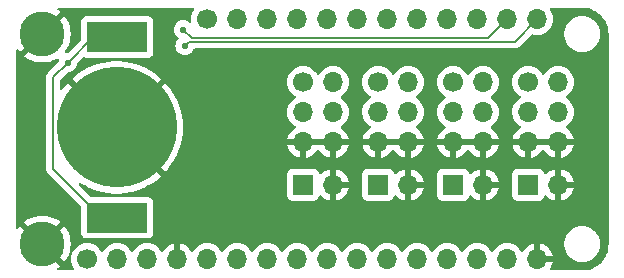
<source format=gbr>
%TF.GenerationSoftware,KiCad,Pcbnew,7.0.2*%
%TF.CreationDate,2023-07-28T16:56:03-04:00*%
%TF.ProjectId,dispocam-hub,64697370-6f63-4616-9d2d-6875622e6b69,rev?*%
%TF.SameCoordinates,Original*%
%TF.FileFunction,Copper,L2,Bot*%
%TF.FilePolarity,Positive*%
%FSLAX46Y46*%
G04 Gerber Fmt 4.6, Leading zero omitted, Abs format (unit mm)*
G04 Created by KiCad (PCBNEW 7.0.2) date 2023-07-28 16:56:03*
%MOMM*%
%LPD*%
G01*
G04 APERTURE LIST*
%TA.AperFunction,SMDPad,CuDef*%
%ADD10C,10.200000*%
%TD*%
%TA.AperFunction,SMDPad,CuDef*%
%ADD11R,5.100000X2.500000*%
%TD*%
%TA.AperFunction,ComponentPad*%
%ADD12O,1.700000X1.700000*%
%TD*%
%TA.AperFunction,ComponentPad*%
%ADD13C,1.700000*%
%TD*%
%TA.AperFunction,ComponentPad*%
%ADD14C,3.810000*%
%TD*%
%TA.AperFunction,ComponentPad*%
%ADD15R,1.700000X1.700000*%
%TD*%
%TA.AperFunction,ViaPad*%
%ADD16C,0.558800*%
%TD*%
%TA.AperFunction,Conductor*%
%ADD17C,0.152400*%
%TD*%
G04 APERTURE END LIST*
D10*
%TO.P,BT1,2,-*%
%TO.N,GND*%
X128220000Y-101884000D03*
D11*
%TO.P,BT1,1,+*%
%TO.N,Net-(BT1-+)*%
X128270000Y-94234000D03*
X128270000Y-109534000D03*
%TD*%
D12*
%TO.P,M1,6,-*%
%TO.N,GND*%
X146553000Y-103124000D03*
%TO.P,M1,5,-*%
X144013000Y-103124000D03*
%TO.P,M1,4,+*%
%TO.N,+5V*%
X146553000Y-100584000D03*
%TO.P,M1,3,+*%
X144013000Y-100584000D03*
%TO.P,M1,2,PWM*%
%TO.N,/11*%
X146553000Y-98044000D03*
D13*
%TO.P,M1,1,PWM*%
%TO.N,/12*%
X144013000Y-98044000D03*
%TD*%
D12*
%TO.P,M2,6,-*%
%TO.N,GND*%
X152908000Y-103124000D03*
%TO.P,M2,5,-*%
X150368000Y-103124000D03*
%TO.P,M2,4,+*%
%TO.N,+5V*%
X152908000Y-100584000D03*
%TO.P,M2,3,+*%
X150368000Y-100584000D03*
%TO.P,M2,2,PWM*%
%TO.N,/9*%
X152908000Y-98044000D03*
D13*
%TO.P,M2,1,PWM*%
%TO.N,/10*%
X150368000Y-98044000D03*
%TD*%
D12*
%TO.P,M3,6,-*%
%TO.N,GND*%
X159253000Y-103139000D03*
%TO.P,M3,5,-*%
X156713000Y-103139000D03*
%TO.P,M3,4,+*%
%TO.N,+5V*%
X159253000Y-100599000D03*
%TO.P,M3,3,+*%
X156713000Y-100599000D03*
%TO.P,M3,2,PWM*%
%TO.N,/5*%
X159253000Y-98059000D03*
D13*
%TO.P,M3,1,PWM*%
%TO.N,/6*%
X156713000Y-98059000D03*
%TD*%
D12*
%TO.P,M4,6,-*%
%TO.N,GND*%
X165608000Y-103124000D03*
%TO.P,M4,5,-*%
X163068000Y-103124000D03*
%TO.P,M4,4,+*%
%TO.N,+5V*%
X165608000Y-100584000D03*
%TO.P,M4,3,+*%
X163068000Y-100584000D03*
%TO.P,M4,2,PWM*%
%TO.N,/MISO{slash}14*%
X165608000Y-98044000D03*
D13*
%TO.P,M4,1,PWM*%
%TO.N,/MOSI{slash}16*%
X163068000Y-98044000D03*
%TD*%
D12*
%TO.P,J2,12,Pin_12*%
%TO.N,/SDA*%
X163830000Y-92710000D03*
%TO.P,J2,11,Pin_11*%
%TO.N,/SCL*%
X161290000Y-92710000D03*
%TO.P,J2,10,Pin_10*%
%TO.N,/5*%
X158750000Y-92710000D03*
%TO.P,J2,9,Pin_9*%
%TO.N,/6*%
X156210000Y-92710000D03*
%TO.P,J2,8,Pin_8*%
%TO.N,/9*%
X153670000Y-92710000D03*
%TO.P,J2,7,Pin_7*%
%TO.N,/10*%
X151130000Y-92710000D03*
%TO.P,J2,6,Pin_6*%
%TO.N,/11*%
X148590000Y-92710000D03*
%TO.P,J2,5,Pin_5*%
%TO.N,/12*%
X146050000Y-92710000D03*
%TO.P,J2,4,Pin_4*%
%TO.N,/13*%
X143510000Y-92710000D03*
%TO.P,J2,3,Pin_3*%
%TO.N,/USB*%
X140970000Y-92710000D03*
%TO.P,J2,2,Pin_2*%
%TO.N,/EN*%
X138430000Y-92710000D03*
D13*
%TO.P,J2,1,Pin_1*%
%TO.N,/BAT*%
X135890000Y-92710000D03*
%TD*%
%TO.P,J1,1,Pin_1*%
%TO.N,/RST*%
X125730000Y-113030000D03*
D12*
%TO.P,J1,2,Pin_2*%
%TO.N,+3V3*%
X128270000Y-113030000D03*
%TO.P,J1,3,Pin_3*%
%TO.N,/AREF*%
X130810000Y-113030000D03*
%TO.P,J1,4,Pin_4*%
%TO.N,GND*%
X133350000Y-113030000D03*
%TO.P,J1,5,Pin_5*%
%TO.N,/A0*%
X135890000Y-113030000D03*
%TO.P,J1,6,Pin_6*%
%TO.N,/A1*%
X138430000Y-113030000D03*
%TO.P,J1,7,Pin_7*%
%TO.N,/A2{slash}20*%
X140970000Y-113030000D03*
%TO.P,J1,8,Pin_8*%
%TO.N,/A3{slash}21*%
X143510000Y-113030000D03*
%TO.P,J1,9,Pin_9*%
%TO.N,/A4{slash}22*%
X146050000Y-113030000D03*
%TO.P,J1,10,Pin_10*%
%TO.N,/A5{slash}23*%
X148590000Y-113030000D03*
%TO.P,J1,11,Pin_11*%
%TO.N,/SCK{slash}15*%
X151130000Y-113030000D03*
%TO.P,J1,12,Pin_12*%
%TO.N,/MOSI{slash}16*%
X153670000Y-113030000D03*
%TO.P,J1,13,Pin_13*%
%TO.N,/MISO{slash}14*%
X156210000Y-113030000D03*
%TO.P,J1,14,Pin_14*%
%TO.N,/RX{slash}0*%
X158750000Y-113030000D03*
%TO.P,J1,15,Pin_15*%
%TO.N,/TX{slash}1*%
X161290000Y-113030000D03*
%TO.P,J1,16,Pin_16*%
%TO.N,GND*%
X163830000Y-113030000D03*
%TD*%
D14*
%TO.P,H2,1,1*%
%TO.N,GND*%
X121920000Y-93980000D03*
%TD*%
%TO.P,H1,1,1*%
%TO.N,GND*%
X121920000Y-111760000D03*
%TD*%
D15*
%TO.P,SW3,1,A*%
%TO.N,/A5{slash}23*%
X156718000Y-106734000D03*
D12*
%TO.P,SW3,2,B*%
%TO.N,GND*%
X159258000Y-106734000D03*
%TD*%
D15*
%TO.P,SW2,1,A*%
%TO.N,/A4{slash}22*%
X150363000Y-106734000D03*
D12*
%TO.P,SW2,2,B*%
%TO.N,GND*%
X152903000Y-106734000D03*
%TD*%
D15*
%TO.P,SW4,1,A*%
%TO.N,/SCK{slash}15*%
X163068000Y-106734000D03*
D12*
%TO.P,SW4,2,B*%
%TO.N,GND*%
X165608000Y-106734000D03*
%TD*%
D15*
%TO.P,SW1,1,A*%
%TO.N,/A3{slash}21*%
X144013000Y-106734000D03*
D12*
%TO.P,SW1,2,B*%
%TO.N,GND*%
X146553000Y-106734000D03*
%TD*%
D16*
%TO.N,GND*%
X134366000Y-100076000D03*
X142875000Y-95758000D03*
%TO.N,/SCL*%
X133858000Y-93599000D03*
%TO.N,/SDA*%
X133985000Y-94996000D03*
%TO.N,Net-(BT1-+)*%
X124079000Y-96393000D03*
%TD*%
D17*
%TO.N,/SCL*%
X159677100Y-94322900D02*
X161290000Y-92710000D01*
X133858000Y-93599000D02*
X134581900Y-94322900D01*
X134581900Y-94322900D02*
X159677100Y-94322900D01*
%TO.N,/SDA*%
X161925000Y-94615000D02*
X163830000Y-92710000D01*
X134366000Y-94615000D02*
X161925000Y-94615000D01*
X133985000Y-94996000D02*
X134366000Y-94615000D01*
%TO.N,Net-(BT1-+)*%
X122815200Y-105379200D02*
X122815200Y-97656800D01*
X126970000Y-109534000D02*
X122815200Y-105379200D01*
X122815200Y-97656800D02*
X124079000Y-96393000D01*
X128270000Y-109534000D02*
X126970000Y-109534000D01*
X124079000Y-96393000D02*
X126238000Y-94234000D01*
X126238000Y-94234000D02*
X128270000Y-94234000D01*
%TD*%
%TA.AperFunction,Conductor*%
%TO.N,GND*%
G36*
X152448507Y-102914156D02*
G01*
X152408000Y-103052111D01*
X152408000Y-103195889D01*
X152448507Y-103333844D01*
X152474314Y-103374000D01*
X150801686Y-103374000D01*
X150827493Y-103333844D01*
X150868000Y-103195889D01*
X150868000Y-103052111D01*
X150827493Y-102914156D01*
X150801686Y-102874000D01*
X152474314Y-102874000D01*
X152448507Y-102914156D01*
G37*
%TD.AperFunction*%
%TA.AperFunction,Conductor*%
G36*
X158793507Y-102929156D02*
G01*
X158753000Y-103067111D01*
X158753000Y-103210889D01*
X158793507Y-103348844D01*
X158819314Y-103389000D01*
X157146686Y-103389000D01*
X157172493Y-103348844D01*
X157213000Y-103210889D01*
X157213000Y-103067111D01*
X157172493Y-102929156D01*
X157146686Y-102889000D01*
X158819314Y-102889000D01*
X158793507Y-102929156D01*
G37*
%TD.AperFunction*%
%TA.AperFunction,Conductor*%
G36*
X146093507Y-102914156D02*
G01*
X146053000Y-103052111D01*
X146053000Y-103195889D01*
X146093507Y-103333844D01*
X146119314Y-103374000D01*
X144446686Y-103374000D01*
X144472493Y-103333844D01*
X144513000Y-103195889D01*
X144513000Y-103052111D01*
X144472493Y-102914156D01*
X144446686Y-102874000D01*
X146119314Y-102874000D01*
X146093507Y-102914156D01*
G37*
%TD.AperFunction*%
%TA.AperFunction,Conductor*%
G36*
X165148507Y-102914156D02*
G01*
X165108000Y-103052111D01*
X165108000Y-103195889D01*
X165148507Y-103333844D01*
X165174314Y-103374000D01*
X163501686Y-103374000D01*
X163527493Y-103333844D01*
X163568000Y-103195889D01*
X163568000Y-103052111D01*
X163527493Y-102914156D01*
X163501686Y-102874000D01*
X165174314Y-102874000D01*
X165148507Y-102914156D01*
G37*
%TD.AperFunction*%
%TA.AperFunction,Conductor*%
G36*
X134749033Y-91760185D02*
G01*
X134794788Y-91812989D01*
X134804732Y-91882147D01*
X134783570Y-91935619D01*
X134715965Y-92032171D01*
X134715964Y-92032173D01*
X134616097Y-92246336D01*
X134554936Y-92474592D01*
X134534340Y-92710000D01*
X134548980Y-92877336D01*
X134535213Y-92945836D01*
X134486598Y-92996019D01*
X134418569Y-93011952D01*
X134360174Y-92991220D01*
X134359167Y-92992824D01*
X134198524Y-92891886D01*
X134032642Y-92833841D01*
X133857999Y-92814164D01*
X133683357Y-92833841D01*
X133517475Y-92891886D01*
X133368660Y-92985392D01*
X133244392Y-93109660D01*
X133150886Y-93258475D01*
X133092841Y-93424357D01*
X133073164Y-93598999D01*
X133092841Y-93773642D01*
X133150886Y-93939524D01*
X133244392Y-94088339D01*
X133368662Y-94212609D01*
X133419264Y-94244404D01*
X133465556Y-94296738D01*
X133476205Y-94365791D01*
X133447830Y-94429640D01*
X133440974Y-94437079D01*
X133371392Y-94506660D01*
X133277886Y-94655475D01*
X133219841Y-94821357D01*
X133200164Y-94995999D01*
X133219841Y-95170642D01*
X133277886Y-95336524D01*
X133371392Y-95485339D01*
X133495660Y-95609607D01*
X133495662Y-95609608D01*
X133495663Y-95609609D01*
X133514517Y-95621456D01*
X133644475Y-95703113D01*
X133810357Y-95761158D01*
X133984999Y-95780835D01*
X133984999Y-95780834D01*
X133985000Y-95780835D01*
X134159642Y-95761158D01*
X134325527Y-95703112D01*
X134474337Y-95609609D01*
X134598609Y-95485337D01*
X134692112Y-95336527D01*
X134705902Y-95297118D01*
X134713731Y-95274745D01*
X134754452Y-95217969D01*
X134819405Y-95192222D01*
X134830772Y-95191700D01*
X161879077Y-95191700D01*
X161895261Y-95192760D01*
X161925000Y-95196676D01*
X162075549Y-95176856D01*
X162215838Y-95118746D01*
X162306062Y-95049515D01*
X162306062Y-95049514D01*
X162336307Y-95026307D01*
X162354569Y-95002505D01*
X162365255Y-94990320D01*
X163249252Y-94106323D01*
X166115500Y-94106323D01*
X166157084Y-94355527D01*
X166235604Y-94584246D01*
X166239119Y-94594484D01*
X166359366Y-94816680D01*
X166359367Y-94816681D01*
X166514544Y-95016055D01*
X166550891Y-95049514D01*
X166700423Y-95187168D01*
X166911931Y-95325353D01*
X167143299Y-95426840D01*
X167388216Y-95488862D01*
X167576942Y-95504500D01*
X167579512Y-95504500D01*
X167700488Y-95504500D01*
X167703058Y-95504500D01*
X167891784Y-95488862D01*
X168136701Y-95426840D01*
X168368069Y-95325353D01*
X168579577Y-95187168D01*
X168765455Y-95016055D01*
X168920634Y-94816680D01*
X169040881Y-94594484D01*
X169122916Y-94355525D01*
X169164500Y-94106324D01*
X169164500Y-93853676D01*
X169122916Y-93604475D01*
X169040881Y-93365516D01*
X168920634Y-93143320D01*
X168803499Y-92992824D01*
X168765455Y-92943944D01*
X168645850Y-92833841D01*
X168579577Y-92772832D01*
X168368069Y-92634647D01*
X168368066Y-92634645D01*
X168136704Y-92533161D01*
X168136702Y-92533160D01*
X168136701Y-92533160D01*
X167891784Y-92471138D01*
X167703058Y-92455500D01*
X167576942Y-92455500D01*
X167574395Y-92455711D01*
X167574396Y-92455711D01*
X167388216Y-92471138D01*
X167143295Y-92533161D01*
X166911933Y-92634645D01*
X166790109Y-92714237D01*
X166700423Y-92772832D01*
X166700421Y-92772833D01*
X166700422Y-92772833D01*
X166514544Y-92943944D01*
X166359367Y-93143318D01*
X166359365Y-93143320D01*
X166359366Y-93143320D01*
X166242003Y-93360188D01*
X166239117Y-93365520D01*
X166157084Y-93604472D01*
X166115500Y-93853676D01*
X166115500Y-94106323D01*
X163249252Y-94106323D01*
X163319924Y-94035651D01*
X163381245Y-94002168D01*
X163439697Y-94003559D01*
X163594592Y-94045063D01*
X163712295Y-94055361D01*
X163829999Y-94065659D01*
X163829999Y-94065658D01*
X163830000Y-94065659D01*
X164065408Y-94045063D01*
X164293663Y-93983903D01*
X164507830Y-93884035D01*
X164701401Y-93748495D01*
X164868495Y-93581401D01*
X165004035Y-93387830D01*
X165103903Y-93173663D01*
X165165063Y-92945408D01*
X165185659Y-92710000D01*
X165165063Y-92474592D01*
X165103903Y-92246337D01*
X165004035Y-92032171D01*
X164936429Y-91935620D01*
X164914104Y-91869418D01*
X164931114Y-91801650D01*
X164982062Y-91753837D01*
X165038006Y-91740500D01*
X167592405Y-91740500D01*
X167636249Y-91740500D01*
X167643736Y-91740726D01*
X167902457Y-91756375D01*
X167917318Y-91758179D01*
X168045318Y-91781637D01*
X168168575Y-91804225D01*
X168183097Y-91807804D01*
X168426990Y-91883803D01*
X168440967Y-91889104D01*
X168673915Y-91993946D01*
X168687161Y-92000898D01*
X168905768Y-92133051D01*
X168918079Y-92141549D01*
X169051832Y-92246337D01*
X169119161Y-92299086D01*
X169130369Y-92309016D01*
X169310983Y-92489630D01*
X169320913Y-92500838D01*
X169478446Y-92701914D01*
X169486950Y-92714235D01*
X169559256Y-92833842D01*
X169619098Y-92932832D01*
X169626057Y-92946091D01*
X169730893Y-93179028D01*
X169736199Y-93193018D01*
X169799401Y-93395841D01*
X169812191Y-93436886D01*
X169815774Y-93451424D01*
X169861819Y-93702679D01*
X169863624Y-93717544D01*
X169879274Y-93976262D01*
X169879500Y-93983749D01*
X169879500Y-111756249D01*
X169879274Y-111763736D01*
X169863624Y-112022455D01*
X169861819Y-112037320D01*
X169815774Y-112288575D01*
X169812191Y-112303112D01*
X169783430Y-112395413D01*
X169736203Y-112546970D01*
X169730893Y-112560971D01*
X169626057Y-112793908D01*
X169619098Y-112807167D01*
X169486952Y-113025762D01*
X169478446Y-113038085D01*
X169320913Y-113239161D01*
X169310983Y-113250369D01*
X169130369Y-113430983D01*
X169119161Y-113440913D01*
X168918085Y-113598446D01*
X168905762Y-113606952D01*
X168687167Y-113739098D01*
X168673908Y-113746057D01*
X168440971Y-113850893D01*
X168426975Y-113856200D01*
X168199736Y-113927011D01*
X168183113Y-113932191D01*
X168168575Y-113935774D01*
X167917320Y-113981819D01*
X167902455Y-113983624D01*
X167643736Y-113999274D01*
X167636249Y-113999500D01*
X165037396Y-113999500D01*
X164970357Y-113979815D01*
X164924602Y-113927011D01*
X164914658Y-113857853D01*
X164935821Y-113804376D01*
X165003600Y-113707576D01*
X165103430Y-113493492D01*
X165160636Y-113280000D01*
X164263686Y-113280000D01*
X164289493Y-113239844D01*
X164330000Y-113101889D01*
X164330000Y-112958111D01*
X164289493Y-112820156D01*
X164263686Y-112780000D01*
X165160636Y-112780000D01*
X165160635Y-112779999D01*
X165103430Y-112566507D01*
X165003599Y-112352421D01*
X164868109Y-112158921D01*
X164701081Y-111991893D01*
X164550312Y-111886323D01*
X166115500Y-111886323D01*
X166157084Y-112135527D01*
X166235482Y-112363891D01*
X166239119Y-112374484D01*
X166359366Y-112596680D01*
X166359367Y-112596681D01*
X166514544Y-112796055D01*
X166578181Y-112854636D01*
X166700423Y-112967168D01*
X166911931Y-113105353D01*
X167143299Y-113206840D01*
X167388216Y-113268862D01*
X167576942Y-113284500D01*
X167579512Y-113284500D01*
X167700488Y-113284500D01*
X167703058Y-113284500D01*
X167891784Y-113268862D01*
X168136701Y-113206840D01*
X168368069Y-113105353D01*
X168579577Y-112967168D01*
X168765455Y-112796055D01*
X168920634Y-112596680D01*
X169040881Y-112374484D01*
X169122916Y-112135525D01*
X169164500Y-111886324D01*
X169164500Y-111633676D01*
X169122916Y-111384475D01*
X169040881Y-111145516D01*
X168920634Y-110923320D01*
X168824444Y-110799734D01*
X168765455Y-110723944D01*
X168672516Y-110638388D01*
X168579577Y-110552832D01*
X168368069Y-110414647D01*
X168368066Y-110414645D01*
X168136704Y-110313161D01*
X168136702Y-110313160D01*
X168136701Y-110313160D01*
X167891784Y-110251138D01*
X167703058Y-110235500D01*
X167576942Y-110235500D01*
X167574395Y-110235711D01*
X167574396Y-110235711D01*
X167388216Y-110251138D01*
X167143295Y-110313161D01*
X166911933Y-110414645D01*
X166786809Y-110496393D01*
X166700423Y-110552832D01*
X166700421Y-110552833D01*
X166700422Y-110552833D01*
X166514544Y-110723944D01*
X166359367Y-110923318D01*
X166359365Y-110923320D01*
X166359366Y-110923320D01*
X166241268Y-111141546D01*
X166239117Y-111145520D01*
X166157084Y-111384472D01*
X166115500Y-111633676D01*
X166115500Y-111886323D01*
X164550312Y-111886323D01*
X164507576Y-111856399D01*
X164293492Y-111756569D01*
X164080000Y-111699364D01*
X164080000Y-112594498D01*
X163972315Y-112545320D01*
X163865763Y-112530000D01*
X163794237Y-112530000D01*
X163687685Y-112545320D01*
X163580000Y-112594498D01*
X163580000Y-111699364D01*
X163579999Y-111699364D01*
X163366507Y-111756569D01*
X163152421Y-111856400D01*
X162958921Y-111991890D01*
X162791893Y-112158918D01*
X162661880Y-112344596D01*
X162607303Y-112388220D01*
X162537804Y-112395413D01*
X162475450Y-112363891D01*
X162458730Y-112344595D01*
X162328495Y-112158599D01*
X162161401Y-111991505D01*
X161967830Y-111855965D01*
X161753663Y-111756097D01*
X161692501Y-111739709D01*
X161525407Y-111694936D01*
X161290000Y-111674340D01*
X161054592Y-111694936D01*
X160826336Y-111756097D01*
X160612170Y-111855965D01*
X160418598Y-111991505D01*
X160251508Y-112158595D01*
X160121574Y-112344160D01*
X160066997Y-112387785D01*
X159997498Y-112394977D01*
X159935144Y-112363455D01*
X159918429Y-112344164D01*
X159788495Y-112158599D01*
X159621401Y-111991505D01*
X159427830Y-111855965D01*
X159213663Y-111756097D01*
X159152502Y-111739709D01*
X158985407Y-111694936D01*
X158749999Y-111674340D01*
X158514592Y-111694936D01*
X158286336Y-111756097D01*
X158072170Y-111855965D01*
X157878598Y-111991505D01*
X157711505Y-112158598D01*
X157581575Y-112344159D01*
X157526998Y-112387784D01*
X157457500Y-112394978D01*
X157395145Y-112363455D01*
X157378425Y-112344159D01*
X157248494Y-112158598D01*
X157081404Y-111991508D01*
X157081401Y-111991505D01*
X156887830Y-111855965D01*
X156673663Y-111756097D01*
X156612501Y-111739709D01*
X156445407Y-111694936D01*
X156210000Y-111674340D01*
X155974592Y-111694936D01*
X155746336Y-111756097D01*
X155532170Y-111855965D01*
X155338598Y-111991505D01*
X155171505Y-112158598D01*
X155041575Y-112344159D01*
X154986998Y-112387784D01*
X154917500Y-112394978D01*
X154855145Y-112363455D01*
X154838425Y-112344159D01*
X154708494Y-112158598D01*
X154541404Y-111991508D01*
X154541401Y-111991505D01*
X154347830Y-111855965D01*
X154133663Y-111756097D01*
X154072501Y-111739709D01*
X153905407Y-111694936D01*
X153670000Y-111674340D01*
X153434592Y-111694936D01*
X153206336Y-111756097D01*
X152992170Y-111855965D01*
X152798598Y-111991505D01*
X152631505Y-112158598D01*
X152501575Y-112344159D01*
X152446998Y-112387784D01*
X152377500Y-112394978D01*
X152315145Y-112363455D01*
X152298425Y-112344159D01*
X152168494Y-112158598D01*
X152001404Y-111991508D01*
X152001401Y-111991505D01*
X151807830Y-111855965D01*
X151593663Y-111756097D01*
X151532502Y-111739709D01*
X151365407Y-111694936D01*
X151130000Y-111674340D01*
X150894592Y-111694936D01*
X150666336Y-111756097D01*
X150452170Y-111855965D01*
X150258598Y-111991505D01*
X150091508Y-112158595D01*
X149961574Y-112344160D01*
X149906997Y-112387785D01*
X149837498Y-112394977D01*
X149775144Y-112363455D01*
X149758429Y-112344164D01*
X149628495Y-112158599D01*
X149461401Y-111991505D01*
X149267830Y-111855965D01*
X149053663Y-111756097D01*
X148992502Y-111739709D01*
X148825407Y-111694936D01*
X148590000Y-111674340D01*
X148354592Y-111694936D01*
X148126336Y-111756097D01*
X147912170Y-111855965D01*
X147718598Y-111991505D01*
X147551505Y-112158598D01*
X147421575Y-112344159D01*
X147366998Y-112387784D01*
X147297500Y-112394978D01*
X147235145Y-112363455D01*
X147218425Y-112344159D01*
X147088494Y-112158598D01*
X146921404Y-111991508D01*
X146921401Y-111991505D01*
X146727830Y-111855965D01*
X146513663Y-111756097D01*
X146452502Y-111739709D01*
X146285407Y-111694936D01*
X146050000Y-111674340D01*
X145814592Y-111694936D01*
X145586336Y-111756097D01*
X145372170Y-111855965D01*
X145178598Y-111991505D01*
X145011505Y-112158598D01*
X144881575Y-112344159D01*
X144826998Y-112387784D01*
X144757500Y-112394978D01*
X144695145Y-112363455D01*
X144678425Y-112344159D01*
X144548494Y-112158598D01*
X144381404Y-111991508D01*
X144381401Y-111991505D01*
X144187830Y-111855965D01*
X143973663Y-111756097D01*
X143912502Y-111739709D01*
X143745407Y-111694936D01*
X143510000Y-111674340D01*
X143274592Y-111694936D01*
X143046336Y-111756097D01*
X142832170Y-111855965D01*
X142638598Y-111991505D01*
X142471505Y-112158598D01*
X142341575Y-112344159D01*
X142286998Y-112387784D01*
X142217500Y-112394978D01*
X142155145Y-112363455D01*
X142138425Y-112344159D01*
X142008494Y-112158598D01*
X141841404Y-111991508D01*
X141841401Y-111991505D01*
X141647830Y-111855965D01*
X141433663Y-111756097D01*
X141372502Y-111739709D01*
X141205407Y-111694936D01*
X140969999Y-111674340D01*
X140734592Y-111694936D01*
X140506336Y-111756097D01*
X140292170Y-111855965D01*
X140098598Y-111991505D01*
X139931505Y-112158598D01*
X139801575Y-112344159D01*
X139746998Y-112387784D01*
X139677500Y-112394978D01*
X139615145Y-112363455D01*
X139598425Y-112344159D01*
X139468494Y-112158598D01*
X139301404Y-111991508D01*
X139301401Y-111991505D01*
X139107830Y-111855965D01*
X138893663Y-111756097D01*
X138832502Y-111739709D01*
X138665407Y-111694936D01*
X138430000Y-111674340D01*
X138194592Y-111694936D01*
X137966336Y-111756097D01*
X137752170Y-111855965D01*
X137558598Y-111991505D01*
X137391505Y-112158598D01*
X137261575Y-112344159D01*
X137206998Y-112387784D01*
X137137500Y-112394978D01*
X137075145Y-112363455D01*
X137058425Y-112344159D01*
X136928494Y-112158598D01*
X136761404Y-111991508D01*
X136761401Y-111991505D01*
X136567830Y-111855965D01*
X136353663Y-111756097D01*
X136292502Y-111739709D01*
X136125407Y-111694936D01*
X135889999Y-111674340D01*
X135654592Y-111694936D01*
X135426336Y-111756097D01*
X135212170Y-111855965D01*
X135018598Y-111991505D01*
X134851508Y-112158595D01*
X134721269Y-112344596D01*
X134666692Y-112388220D01*
X134597193Y-112395413D01*
X134534839Y-112363891D01*
X134518119Y-112344595D01*
X134388109Y-112158921D01*
X134221081Y-111991893D01*
X134027576Y-111856399D01*
X133813492Y-111756569D01*
X133600000Y-111699364D01*
X133600000Y-112594498D01*
X133492315Y-112545320D01*
X133385763Y-112530000D01*
X133314237Y-112530000D01*
X133207685Y-112545320D01*
X133099999Y-112594498D01*
X133099999Y-111699364D01*
X132886507Y-111756569D01*
X132672421Y-111856400D01*
X132478921Y-111991890D01*
X132311893Y-112158918D01*
X132181880Y-112344596D01*
X132127303Y-112388220D01*
X132057804Y-112395413D01*
X131995450Y-112363891D01*
X131978730Y-112344595D01*
X131848495Y-112158599D01*
X131681401Y-111991505D01*
X131487830Y-111855965D01*
X131273663Y-111756097D01*
X131212501Y-111739709D01*
X131045407Y-111694936D01*
X130810000Y-111674340D01*
X130574592Y-111694936D01*
X130346336Y-111756097D01*
X130132170Y-111855965D01*
X129938598Y-111991505D01*
X129771505Y-112158598D01*
X129641575Y-112344159D01*
X129586998Y-112387784D01*
X129517500Y-112394978D01*
X129455145Y-112363455D01*
X129438425Y-112344159D01*
X129308494Y-112158598D01*
X129141404Y-111991508D01*
X129141403Y-111991508D01*
X129141401Y-111991505D01*
X128947830Y-111855965D01*
X128733663Y-111756097D01*
X128672502Y-111739709D01*
X128505407Y-111694936D01*
X128269999Y-111674340D01*
X128034592Y-111694936D01*
X127806336Y-111756097D01*
X127592170Y-111855965D01*
X127398598Y-111991505D01*
X127231505Y-112158598D01*
X127101575Y-112344159D01*
X127046998Y-112387784D01*
X126977500Y-112394978D01*
X126915145Y-112363455D01*
X126898425Y-112344159D01*
X126768494Y-112158598D01*
X126601404Y-111991508D01*
X126601401Y-111991505D01*
X126407830Y-111855965D01*
X126193663Y-111756097D01*
X126132501Y-111739709D01*
X125965407Y-111694936D01*
X125730000Y-111674340D01*
X125494592Y-111694936D01*
X125266336Y-111756097D01*
X125052170Y-111855965D01*
X124858598Y-111991505D01*
X124691505Y-112158598D01*
X124555965Y-112352170D01*
X124456097Y-112566336D01*
X124394936Y-112794592D01*
X124374340Y-113029999D01*
X124394936Y-113265407D01*
X124420496Y-113360798D01*
X124456097Y-113493663D01*
X124555847Y-113707576D01*
X124555965Y-113707830D01*
X124623568Y-113804377D01*
X124645895Y-113870583D01*
X124628885Y-113938350D01*
X124577937Y-113986163D01*
X124521993Y-113999500D01*
X123306009Y-113999500D01*
X123238970Y-113979815D01*
X123193215Y-113927011D01*
X123183271Y-113857853D01*
X123212296Y-113794297D01*
X123237118Y-113772398D01*
X123383831Y-113674366D01*
X123390268Y-113669427D01*
X123435875Y-113629430D01*
X123435875Y-113629429D01*
X122624443Y-112817997D01*
X122758959Y-112720266D01*
X122916939Y-112555032D01*
X122977237Y-112463683D01*
X123789429Y-113275875D01*
X123789430Y-113275875D01*
X123829427Y-113230268D01*
X123834366Y-113223831D01*
X124005005Y-112968454D01*
X124009054Y-112961440D01*
X124144900Y-112685971D01*
X124148002Y-112678481D01*
X124246731Y-112387639D01*
X124248828Y-112379811D01*
X124308749Y-112078568D01*
X124309805Y-112070546D01*
X124329895Y-111764043D01*
X124329895Y-111755956D01*
X124309805Y-111449453D01*
X124308749Y-111441431D01*
X124248828Y-111140188D01*
X124246731Y-111132360D01*
X124148002Y-110841518D01*
X124144900Y-110834028D01*
X124009054Y-110558559D01*
X124005005Y-110551545D01*
X123834367Y-110296169D01*
X123829426Y-110289729D01*
X123789429Y-110244123D01*
X122980566Y-111052986D01*
X122841660Y-110878803D01*
X122669504Y-110728396D01*
X122624774Y-110701671D01*
X123435876Y-109890569D01*
X123435876Y-109890568D01*
X123390269Y-109850573D01*
X123383830Y-109845632D01*
X123128454Y-109674994D01*
X123121440Y-109670945D01*
X122845971Y-109535099D01*
X122838481Y-109531997D01*
X122547639Y-109433268D01*
X122539811Y-109431171D01*
X122238568Y-109371250D01*
X122230546Y-109370194D01*
X121924043Y-109350105D01*
X121915957Y-109350105D01*
X121609453Y-109370194D01*
X121601431Y-109371250D01*
X121300188Y-109431171D01*
X121292360Y-109433268D01*
X121001518Y-109531997D01*
X120994028Y-109535099D01*
X120718559Y-109670945D01*
X120711545Y-109674994D01*
X120456163Y-109845636D01*
X120449735Y-109850568D01*
X120404123Y-109890568D01*
X120404123Y-109890570D01*
X121215556Y-110702002D01*
X121081041Y-110799734D01*
X120923061Y-110964968D01*
X120862762Y-111056315D01*
X120050570Y-110244123D01*
X120050568Y-110244123D01*
X120010568Y-110289735D01*
X120005641Y-110296157D01*
X119907601Y-110442882D01*
X119853988Y-110487686D01*
X119784663Y-110496393D01*
X119721636Y-110466238D01*
X119684917Y-110406795D01*
X119680500Y-110373997D01*
X119680500Y-95366005D01*
X119700184Y-95298970D01*
X119752988Y-95253215D01*
X119822146Y-95243271D01*
X119885702Y-95272296D01*
X119907601Y-95297118D01*
X120005632Y-95443829D01*
X120010573Y-95450269D01*
X120050569Y-95495876D01*
X120859433Y-94687012D01*
X120998340Y-94861197D01*
X121170496Y-95011604D01*
X121215224Y-95038327D01*
X120404123Y-95849429D01*
X120404123Y-95849430D01*
X120449729Y-95889426D01*
X120456169Y-95894367D01*
X120711545Y-96065005D01*
X120718559Y-96069054D01*
X120994028Y-96204900D01*
X121001518Y-96208002D01*
X121292360Y-96306731D01*
X121300188Y-96308828D01*
X121601431Y-96368749D01*
X121609453Y-96369805D01*
X121915957Y-96389895D01*
X121924043Y-96389895D01*
X122230546Y-96369805D01*
X122238568Y-96368749D01*
X122539811Y-96308828D01*
X122547639Y-96306731D01*
X122838481Y-96208002D01*
X122845971Y-96204900D01*
X123121440Y-96069054D01*
X123128447Y-96065009D01*
X123131976Y-96062651D01*
X123198651Y-96041765D01*
X123266033Y-96060242D01*
X123312729Y-96112215D01*
X123323914Y-96181183D01*
X123317922Y-96206695D01*
X123313841Y-96218356D01*
X123302926Y-96315237D01*
X123275859Y-96379651D01*
X123267387Y-96389034D01*
X122439882Y-97216539D01*
X122427689Y-97227232D01*
X122403893Y-97245491D01*
X122311454Y-97365961D01*
X122253344Y-97506252D01*
X122238881Y-97616113D01*
X122233523Y-97656802D01*
X122237438Y-97686539D01*
X122238499Y-97702722D01*
X122238499Y-105333276D01*
X122237439Y-105349459D01*
X122233524Y-105379200D01*
X122236669Y-105403092D01*
X122238500Y-105416995D01*
X122238500Y-105416997D01*
X122253344Y-105529748D01*
X122311454Y-105670038D01*
X122403892Y-105790506D01*
X122427690Y-105808767D01*
X122439885Y-105819462D01*
X125183181Y-108562758D01*
X125216666Y-108624081D01*
X125219500Y-108650439D01*
X125219500Y-110828560D01*
X125219500Y-110828578D01*
X125219501Y-110831872D01*
X125219853Y-110835152D01*
X125219854Y-110835159D01*
X125225909Y-110891484D01*
X125237783Y-110923320D01*
X125276204Y-111026331D01*
X125362454Y-111141546D01*
X125477669Y-111227796D01*
X125612517Y-111278091D01*
X125672127Y-111284500D01*
X130867872Y-111284499D01*
X130927483Y-111278091D01*
X131062331Y-111227796D01*
X131177546Y-111141546D01*
X131263796Y-111026331D01*
X131314091Y-110891483D01*
X131320500Y-110831873D01*
X131320499Y-108236128D01*
X131314091Y-108176517D01*
X131263796Y-108041669D01*
X131177546Y-107926454D01*
X131062331Y-107840204D01*
X130927483Y-107789909D01*
X130867873Y-107783500D01*
X130864551Y-107783500D01*
X126086439Y-107783500D01*
X126019400Y-107763815D01*
X125998758Y-107747181D01*
X125880155Y-107628578D01*
X142662500Y-107628578D01*
X142662501Y-107631872D01*
X142668909Y-107691483D01*
X142719204Y-107826331D01*
X142805454Y-107941546D01*
X142920669Y-108027796D01*
X143055517Y-108078091D01*
X143115127Y-108084500D01*
X144910872Y-108084499D01*
X144970483Y-108078091D01*
X145105331Y-108027796D01*
X145220546Y-107941546D01*
X145306796Y-107826331D01*
X145356003Y-107694399D01*
X145397873Y-107638467D01*
X145463337Y-107614050D01*
X145531610Y-107628901D01*
X145559865Y-107650053D01*
X145681918Y-107772106D01*
X145875423Y-107907600D01*
X146089509Y-108007430D01*
X146303000Y-108064634D01*
X146303000Y-107169501D01*
X146410685Y-107218680D01*
X146517237Y-107234000D01*
X146588763Y-107234000D01*
X146695315Y-107218680D01*
X146803000Y-107169501D01*
X146803000Y-108064633D01*
X147016490Y-108007430D01*
X147230576Y-107907600D01*
X147424081Y-107772106D01*
X147567609Y-107628578D01*
X149012500Y-107628578D01*
X149012501Y-107631872D01*
X149018909Y-107691483D01*
X149069204Y-107826331D01*
X149155454Y-107941546D01*
X149270669Y-108027796D01*
X149405517Y-108078091D01*
X149465127Y-108084500D01*
X151260872Y-108084499D01*
X151320483Y-108078091D01*
X151455331Y-108027796D01*
X151570546Y-107941546D01*
X151656796Y-107826331D01*
X151706003Y-107694399D01*
X151747873Y-107638467D01*
X151813337Y-107614050D01*
X151881610Y-107628901D01*
X151909865Y-107650053D01*
X152031918Y-107772106D01*
X152225423Y-107907600D01*
X152439509Y-108007430D01*
X152653000Y-108064634D01*
X152653000Y-107169501D01*
X152760685Y-107218680D01*
X152867237Y-107234000D01*
X152938763Y-107234000D01*
X153045315Y-107218680D01*
X153153000Y-107169501D01*
X153153000Y-108064633D01*
X153366490Y-108007430D01*
X153580576Y-107907600D01*
X153774081Y-107772106D01*
X153917609Y-107628578D01*
X155367500Y-107628578D01*
X155367501Y-107631872D01*
X155373909Y-107691483D01*
X155424204Y-107826331D01*
X155510454Y-107941546D01*
X155625669Y-108027796D01*
X155760517Y-108078091D01*
X155820127Y-108084500D01*
X157615872Y-108084499D01*
X157675483Y-108078091D01*
X157810331Y-108027796D01*
X157925546Y-107941546D01*
X158011796Y-107826331D01*
X158061003Y-107694399D01*
X158102873Y-107638467D01*
X158168337Y-107614050D01*
X158236610Y-107628901D01*
X158264865Y-107650053D01*
X158386918Y-107772106D01*
X158580423Y-107907600D01*
X158794509Y-108007430D01*
X159008000Y-108064634D01*
X159008000Y-107169501D01*
X159115685Y-107218680D01*
X159222237Y-107234000D01*
X159293763Y-107234000D01*
X159400315Y-107218680D01*
X159508000Y-107169501D01*
X159508000Y-108064633D01*
X159721490Y-108007430D01*
X159935576Y-107907600D01*
X160129081Y-107772106D01*
X160272609Y-107628578D01*
X161717500Y-107628578D01*
X161717501Y-107631872D01*
X161723909Y-107691483D01*
X161774204Y-107826331D01*
X161860454Y-107941546D01*
X161975669Y-108027796D01*
X162110517Y-108078091D01*
X162170127Y-108084500D01*
X163965872Y-108084499D01*
X164025483Y-108078091D01*
X164160331Y-108027796D01*
X164275546Y-107941546D01*
X164361796Y-107826331D01*
X164411003Y-107694399D01*
X164452873Y-107638467D01*
X164518337Y-107614050D01*
X164586610Y-107628901D01*
X164614865Y-107650053D01*
X164736918Y-107772106D01*
X164930423Y-107907600D01*
X165144509Y-108007430D01*
X165358000Y-108064634D01*
X165358000Y-107169501D01*
X165465685Y-107218680D01*
X165572237Y-107234000D01*
X165643763Y-107234000D01*
X165750315Y-107218680D01*
X165858000Y-107169501D01*
X165858000Y-108064633D01*
X166071490Y-108007430D01*
X166285576Y-107907600D01*
X166479081Y-107772106D01*
X166646106Y-107605081D01*
X166781600Y-107411576D01*
X166881430Y-107197492D01*
X166938636Y-106984000D01*
X166041686Y-106984000D01*
X166067493Y-106943844D01*
X166108000Y-106805889D01*
X166108000Y-106662111D01*
X166067493Y-106524156D01*
X166041686Y-106484000D01*
X166938636Y-106484000D01*
X166938635Y-106483999D01*
X166881430Y-106270507D01*
X166781599Y-106056421D01*
X166646109Y-105862921D01*
X166479081Y-105695893D01*
X166285576Y-105560399D01*
X166071492Y-105460569D01*
X165858000Y-105403364D01*
X165858000Y-106298498D01*
X165750315Y-106249320D01*
X165643763Y-106234000D01*
X165572237Y-106234000D01*
X165465685Y-106249320D01*
X165358000Y-106298498D01*
X165358000Y-105403364D01*
X165357999Y-105403364D01*
X165144507Y-105460569D01*
X164930421Y-105560400D01*
X164736924Y-105695888D01*
X164614865Y-105817947D01*
X164553542Y-105851431D01*
X164483850Y-105846447D01*
X164427917Y-105804575D01*
X164411002Y-105773598D01*
X164382018Y-105695888D01*
X164361796Y-105641669D01*
X164275546Y-105526454D01*
X164160331Y-105440204D01*
X164025483Y-105389909D01*
X163965873Y-105383500D01*
X163962550Y-105383500D01*
X162173439Y-105383500D01*
X162173420Y-105383500D01*
X162170128Y-105383501D01*
X162166848Y-105383853D01*
X162166840Y-105383854D01*
X162110515Y-105389909D01*
X161975669Y-105440204D01*
X161860454Y-105526454D01*
X161774204Y-105641668D01*
X161723909Y-105776516D01*
X161719455Y-105817947D01*
X161717500Y-105836127D01*
X161717500Y-105839448D01*
X161717500Y-105839449D01*
X161717500Y-107628560D01*
X161717500Y-107628578D01*
X160272609Y-107628578D01*
X160296106Y-107605081D01*
X160431600Y-107411576D01*
X160531430Y-107197492D01*
X160588636Y-106984000D01*
X159691686Y-106984000D01*
X159717493Y-106943844D01*
X159758000Y-106805889D01*
X159758000Y-106662111D01*
X159717493Y-106524156D01*
X159691686Y-106484000D01*
X160588636Y-106484000D01*
X160588635Y-106483999D01*
X160531430Y-106270507D01*
X160431599Y-106056421D01*
X160296109Y-105862921D01*
X160129081Y-105695893D01*
X159935576Y-105560399D01*
X159721492Y-105460569D01*
X159508000Y-105403364D01*
X159508000Y-106298498D01*
X159400315Y-106249320D01*
X159293763Y-106234000D01*
X159222237Y-106234000D01*
X159115685Y-106249320D01*
X159008000Y-106298498D01*
X159008000Y-105403364D01*
X159007999Y-105403364D01*
X158794507Y-105460569D01*
X158580421Y-105560400D01*
X158386924Y-105695888D01*
X158264865Y-105817947D01*
X158203542Y-105851431D01*
X158133850Y-105846447D01*
X158077917Y-105804575D01*
X158061002Y-105773598D01*
X158032018Y-105695888D01*
X158011796Y-105641669D01*
X157925546Y-105526454D01*
X157810331Y-105440204D01*
X157675483Y-105389909D01*
X157615873Y-105383500D01*
X157612550Y-105383500D01*
X155823439Y-105383500D01*
X155823420Y-105383500D01*
X155820128Y-105383501D01*
X155816848Y-105383853D01*
X155816840Y-105383854D01*
X155760515Y-105389909D01*
X155625669Y-105440204D01*
X155510454Y-105526454D01*
X155424204Y-105641668D01*
X155373909Y-105776516D01*
X155369455Y-105817947D01*
X155367500Y-105836127D01*
X155367500Y-105839448D01*
X155367500Y-105839449D01*
X155367500Y-107628560D01*
X155367500Y-107628578D01*
X153917609Y-107628578D01*
X153941106Y-107605081D01*
X154076600Y-107411576D01*
X154176430Y-107197492D01*
X154233636Y-106984000D01*
X153336686Y-106984000D01*
X153362493Y-106943844D01*
X153403000Y-106805889D01*
X153403000Y-106662111D01*
X153362493Y-106524156D01*
X153336686Y-106484000D01*
X154233636Y-106484000D01*
X154233635Y-106483999D01*
X154176430Y-106270507D01*
X154076599Y-106056421D01*
X153941109Y-105862921D01*
X153774081Y-105695893D01*
X153580576Y-105560399D01*
X153366492Y-105460569D01*
X153153000Y-105403364D01*
X153153000Y-106298498D01*
X153045315Y-106249320D01*
X152938763Y-106234000D01*
X152867237Y-106234000D01*
X152760685Y-106249320D01*
X152653000Y-106298498D01*
X152653000Y-105403364D01*
X152652999Y-105403364D01*
X152439507Y-105460569D01*
X152225421Y-105560400D01*
X152031924Y-105695888D01*
X151909865Y-105817947D01*
X151848542Y-105851431D01*
X151778850Y-105846447D01*
X151722917Y-105804575D01*
X151706002Y-105773598D01*
X151677018Y-105695888D01*
X151656796Y-105641669D01*
X151570546Y-105526454D01*
X151455331Y-105440204D01*
X151320483Y-105389909D01*
X151260873Y-105383500D01*
X151257550Y-105383500D01*
X149468439Y-105383500D01*
X149468420Y-105383500D01*
X149465128Y-105383501D01*
X149461848Y-105383853D01*
X149461840Y-105383854D01*
X149405515Y-105389909D01*
X149270669Y-105440204D01*
X149155454Y-105526454D01*
X149069204Y-105641668D01*
X149018909Y-105776516D01*
X149014455Y-105817947D01*
X149012500Y-105836127D01*
X149012500Y-105839448D01*
X149012500Y-105839449D01*
X149012500Y-107628560D01*
X149012500Y-107628578D01*
X147567609Y-107628578D01*
X147591106Y-107605081D01*
X147726600Y-107411576D01*
X147826430Y-107197492D01*
X147883636Y-106984000D01*
X146986686Y-106984000D01*
X147012493Y-106943844D01*
X147053000Y-106805889D01*
X147053000Y-106662111D01*
X147012493Y-106524156D01*
X146986686Y-106484000D01*
X147883636Y-106484000D01*
X147883635Y-106483999D01*
X147826430Y-106270507D01*
X147726599Y-106056421D01*
X147591109Y-105862921D01*
X147424081Y-105695893D01*
X147230576Y-105560399D01*
X147016492Y-105460569D01*
X146803000Y-105403364D01*
X146803000Y-106298498D01*
X146695315Y-106249320D01*
X146588763Y-106234000D01*
X146517237Y-106234000D01*
X146410685Y-106249320D01*
X146303000Y-106298498D01*
X146303000Y-105403364D01*
X146302999Y-105403364D01*
X146089507Y-105460569D01*
X145875421Y-105560400D01*
X145681924Y-105695888D01*
X145559865Y-105817947D01*
X145498542Y-105851431D01*
X145428850Y-105846447D01*
X145372917Y-105804575D01*
X145356002Y-105773598D01*
X145327018Y-105695888D01*
X145306796Y-105641669D01*
X145220546Y-105526454D01*
X145105331Y-105440204D01*
X144970483Y-105389909D01*
X144910873Y-105383500D01*
X144907550Y-105383500D01*
X143118439Y-105383500D01*
X143118420Y-105383500D01*
X143115128Y-105383501D01*
X143111848Y-105383853D01*
X143111840Y-105383854D01*
X143055515Y-105389909D01*
X142920669Y-105440204D01*
X142805454Y-105526454D01*
X142719204Y-105641668D01*
X142668909Y-105776516D01*
X142664455Y-105817947D01*
X142662500Y-105836127D01*
X142662500Y-105839448D01*
X142662500Y-105839449D01*
X142662500Y-107628560D01*
X142662500Y-107628578D01*
X125880155Y-107628578D01*
X125046187Y-106794610D01*
X125012702Y-106733287D01*
X125017686Y-106663595D01*
X125059558Y-106607662D01*
X125125022Y-106583245D01*
X125193295Y-106598097D01*
X125203305Y-106604194D01*
X125279056Y-106655393D01*
X125283520Y-106658141D01*
X125694278Y-106887605D01*
X125698997Y-106889984D01*
X126127721Y-107083779D01*
X126132601Y-107085740D01*
X126576233Y-107242485D01*
X126581260Y-107244025D01*
X127036582Y-107362582D01*
X127041733Y-107363692D01*
X127505468Y-107443207D01*
X127510676Y-107443874D01*
X127979489Y-107483776D01*
X127984746Y-107484000D01*
X128455254Y-107484000D01*
X128460510Y-107483776D01*
X128929323Y-107443874D01*
X128934531Y-107443207D01*
X129398266Y-107363692D01*
X129403417Y-107362582D01*
X129858739Y-107244025D01*
X129863766Y-107242485D01*
X130307398Y-107085740D01*
X130312278Y-107083779D01*
X130741002Y-106889984D01*
X130745721Y-106887605D01*
X131156479Y-106658141D01*
X131160943Y-106655393D01*
X131550753Y-106391927D01*
X131555014Y-106388776D01*
X131921066Y-106093210D01*
X131925011Y-106089738D01*
X132000159Y-106017712D01*
X128220000Y-102237553D01*
X127866447Y-101884000D01*
X128573553Y-101884000D01*
X132353343Y-105663790D01*
X132579188Y-105407181D01*
X132582490Y-105403092D01*
X132862281Y-105024792D01*
X132865212Y-105020454D01*
X133111910Y-104619792D01*
X133114472Y-104615205D01*
X133326295Y-104195077D01*
X133328464Y-104190280D01*
X133503895Y-103753701D01*
X133505641Y-103748760D01*
X133643419Y-103298872D01*
X133644748Y-103293768D01*
X133743872Y-102833826D01*
X133744759Y-102828653D01*
X133804523Y-102361950D01*
X133804969Y-102356705D01*
X133824938Y-101886636D01*
X133824938Y-101881363D01*
X133804969Y-101411294D01*
X133804523Y-101406049D01*
X133744759Y-100939346D01*
X133743872Y-100934173D01*
X133668405Y-100583999D01*
X142657340Y-100583999D01*
X142677936Y-100819407D01*
X142681956Y-100834408D01*
X142739097Y-101047663D01*
X142838965Y-101261830D01*
X142974505Y-101455401D01*
X143141599Y-101622495D01*
X143327596Y-101752732D01*
X143371219Y-101807307D01*
X143378412Y-101876806D01*
X143346890Y-101939160D01*
X143327595Y-101955880D01*
X143141919Y-102085892D01*
X142974890Y-102252921D01*
X142839400Y-102446421D01*
X142739569Y-102660507D01*
X142682364Y-102873999D01*
X142682364Y-102874000D01*
X143579314Y-102874000D01*
X143553507Y-102914156D01*
X143513000Y-103052111D01*
X143513000Y-103195889D01*
X143553507Y-103333844D01*
X143579314Y-103374000D01*
X142682364Y-103374000D01*
X142739569Y-103587492D01*
X142839399Y-103801576D01*
X142974893Y-103995081D01*
X143141918Y-104162106D01*
X143335423Y-104297600D01*
X143549509Y-104397430D01*
X143763000Y-104454634D01*
X143763000Y-103559501D01*
X143870685Y-103608680D01*
X143977237Y-103624000D01*
X144048763Y-103624000D01*
X144155315Y-103608680D01*
X144263000Y-103559501D01*
X144263000Y-104454633D01*
X144476490Y-104397430D01*
X144690576Y-104297600D01*
X144884081Y-104162106D01*
X145051106Y-103995081D01*
X145181425Y-103808968D01*
X145236002Y-103765344D01*
X145305501Y-103758151D01*
X145367855Y-103789673D01*
X145384575Y-103808968D01*
X145514893Y-103995081D01*
X145681918Y-104162106D01*
X145875423Y-104297600D01*
X146089509Y-104397430D01*
X146303000Y-104454634D01*
X146303000Y-103559501D01*
X146410685Y-103608680D01*
X146517237Y-103624000D01*
X146588763Y-103624000D01*
X146695315Y-103608680D01*
X146803000Y-103559501D01*
X146803000Y-104454633D01*
X147016490Y-104397430D01*
X147230576Y-104297600D01*
X147424081Y-104162106D01*
X147591106Y-103995081D01*
X147726600Y-103801576D01*
X147826430Y-103587492D01*
X147883636Y-103374000D01*
X146986686Y-103374000D01*
X147012493Y-103333844D01*
X147053000Y-103195889D01*
X147053000Y-103052111D01*
X147012493Y-102914156D01*
X146986686Y-102874000D01*
X147883636Y-102874000D01*
X147883635Y-102873999D01*
X147826430Y-102660507D01*
X147726599Y-102446421D01*
X147591109Y-102252921D01*
X147424081Y-102085893D01*
X147238404Y-101955880D01*
X147194780Y-101901303D01*
X147187587Y-101831804D01*
X147219109Y-101769450D01*
X147238399Y-101752734D01*
X147424401Y-101622495D01*
X147591495Y-101455401D01*
X147727035Y-101261830D01*
X147826903Y-101047663D01*
X147888063Y-100819408D01*
X147908659Y-100584000D01*
X147908659Y-100583999D01*
X149012340Y-100583999D01*
X149032936Y-100819407D01*
X149036956Y-100834408D01*
X149094097Y-101047663D01*
X149193965Y-101261830D01*
X149329505Y-101455401D01*
X149496599Y-101622495D01*
X149682596Y-101752732D01*
X149726219Y-101807307D01*
X149733412Y-101876806D01*
X149701890Y-101939160D01*
X149682595Y-101955880D01*
X149496919Y-102085892D01*
X149329890Y-102252921D01*
X149194400Y-102446421D01*
X149094569Y-102660507D01*
X149037364Y-102873999D01*
X149037364Y-102874000D01*
X149934314Y-102874000D01*
X149908507Y-102914156D01*
X149868000Y-103052111D01*
X149868000Y-103195889D01*
X149908507Y-103333844D01*
X149934314Y-103374000D01*
X149037364Y-103374000D01*
X149094569Y-103587492D01*
X149194399Y-103801576D01*
X149329893Y-103995081D01*
X149496918Y-104162106D01*
X149690423Y-104297600D01*
X149904509Y-104397430D01*
X150118000Y-104454634D01*
X150118000Y-103559501D01*
X150225685Y-103608680D01*
X150332237Y-103624000D01*
X150403763Y-103624000D01*
X150510315Y-103608680D01*
X150618000Y-103559501D01*
X150618000Y-104454634D01*
X150831490Y-104397430D01*
X151045576Y-104297600D01*
X151239081Y-104162106D01*
X151406106Y-103995081D01*
X151536425Y-103808968D01*
X151591002Y-103765344D01*
X151660501Y-103758151D01*
X151722855Y-103789673D01*
X151739575Y-103808968D01*
X151869893Y-103995081D01*
X152036918Y-104162106D01*
X152230423Y-104297600D01*
X152444509Y-104397430D01*
X152658000Y-104454634D01*
X152658000Y-103559501D01*
X152765685Y-103608680D01*
X152872237Y-103624000D01*
X152943763Y-103624000D01*
X153050315Y-103608680D01*
X153158000Y-103559501D01*
X153158000Y-104454633D01*
X153371490Y-104397430D01*
X153585576Y-104297600D01*
X153779081Y-104162106D01*
X153946106Y-103995081D01*
X154081600Y-103801576D01*
X154181430Y-103587492D01*
X154238636Y-103374000D01*
X153341686Y-103374000D01*
X153367493Y-103333844D01*
X153408000Y-103195889D01*
X153408000Y-103052111D01*
X153367493Y-102914156D01*
X153341686Y-102874000D01*
X154238636Y-102874000D01*
X154238635Y-102873999D01*
X154181430Y-102660507D01*
X154081599Y-102446421D01*
X153946109Y-102252921D01*
X153779081Y-102085893D01*
X153593404Y-101955880D01*
X153549780Y-101901303D01*
X153542587Y-101831804D01*
X153574109Y-101769450D01*
X153593399Y-101752734D01*
X153779401Y-101622495D01*
X153946495Y-101455401D01*
X154082035Y-101261830D01*
X154181903Y-101047663D01*
X154243063Y-100819408D01*
X154262347Y-100599000D01*
X155357340Y-100599000D01*
X155377936Y-100834407D01*
X155422709Y-101001502D01*
X155439097Y-101062663D01*
X155538965Y-101276830D01*
X155674505Y-101470401D01*
X155841599Y-101637495D01*
X156027596Y-101767732D01*
X156071219Y-101822307D01*
X156078412Y-101891806D01*
X156046890Y-101954160D01*
X156027595Y-101970880D01*
X155841919Y-102100892D01*
X155674890Y-102267921D01*
X155539400Y-102461421D01*
X155439569Y-102675507D01*
X155382364Y-102888999D01*
X155382364Y-102889000D01*
X156279314Y-102889000D01*
X156253507Y-102929156D01*
X156213000Y-103067111D01*
X156213000Y-103210889D01*
X156253507Y-103348844D01*
X156279314Y-103389000D01*
X155382364Y-103389000D01*
X155439569Y-103602492D01*
X155539399Y-103816576D01*
X155674893Y-104010081D01*
X155841918Y-104177106D01*
X156035423Y-104312600D01*
X156249509Y-104412430D01*
X156463000Y-104469634D01*
X156463000Y-103574501D01*
X156570685Y-103623680D01*
X156677237Y-103639000D01*
X156748763Y-103639000D01*
X156855315Y-103623680D01*
X156963000Y-103574501D01*
X156963000Y-104469634D01*
X157176490Y-104412430D01*
X157390576Y-104312600D01*
X157584081Y-104177106D01*
X157751106Y-104010081D01*
X157881425Y-103823968D01*
X157936002Y-103780344D01*
X158005501Y-103773151D01*
X158067855Y-103804673D01*
X158084575Y-103823968D01*
X158214893Y-104010081D01*
X158381918Y-104177106D01*
X158575423Y-104312600D01*
X158789509Y-104412430D01*
X159003000Y-104469634D01*
X159003000Y-103574501D01*
X159110685Y-103623680D01*
X159217237Y-103639000D01*
X159288763Y-103639000D01*
X159395315Y-103623680D01*
X159503000Y-103574501D01*
X159503000Y-104469634D01*
X159716490Y-104412430D01*
X159930576Y-104312600D01*
X160124081Y-104177106D01*
X160291106Y-104010081D01*
X160426600Y-103816576D01*
X160526430Y-103602492D01*
X160583636Y-103389000D01*
X159686686Y-103389000D01*
X159712493Y-103348844D01*
X159753000Y-103210889D01*
X159753000Y-103067111D01*
X159712493Y-102929156D01*
X159686686Y-102889000D01*
X160583636Y-102889000D01*
X160583635Y-102888999D01*
X160526430Y-102675507D01*
X160426599Y-102461421D01*
X160291109Y-102267921D01*
X160124081Y-102100893D01*
X159938404Y-101970880D01*
X159894780Y-101916303D01*
X159887587Y-101846804D01*
X159919109Y-101784450D01*
X159938399Y-101767734D01*
X160124401Y-101637495D01*
X160291495Y-101470401D01*
X160427035Y-101276830D01*
X160526903Y-101062663D01*
X160588063Y-100834408D01*
X160608659Y-100599000D01*
X160607347Y-100584000D01*
X161712340Y-100584000D01*
X161732936Y-100819407D01*
X161736956Y-100834408D01*
X161794097Y-101047663D01*
X161893965Y-101261830D01*
X162029505Y-101455401D01*
X162196599Y-101622495D01*
X162382596Y-101752732D01*
X162426219Y-101807307D01*
X162433412Y-101876806D01*
X162401890Y-101939160D01*
X162382595Y-101955880D01*
X162196919Y-102085892D01*
X162029890Y-102252921D01*
X161894400Y-102446421D01*
X161794569Y-102660507D01*
X161737364Y-102873999D01*
X161737364Y-102874000D01*
X162634314Y-102874000D01*
X162608507Y-102914156D01*
X162568000Y-103052111D01*
X162568000Y-103195889D01*
X162608507Y-103333844D01*
X162634314Y-103374000D01*
X161737364Y-103374000D01*
X161794569Y-103587492D01*
X161894399Y-103801576D01*
X162029893Y-103995081D01*
X162196918Y-104162106D01*
X162390423Y-104297600D01*
X162604509Y-104397430D01*
X162818000Y-104454634D01*
X162818000Y-103559501D01*
X162925685Y-103608680D01*
X163032237Y-103624000D01*
X163103763Y-103624000D01*
X163210315Y-103608680D01*
X163318000Y-103559501D01*
X163318000Y-104454634D01*
X163531490Y-104397430D01*
X163745576Y-104297600D01*
X163939081Y-104162106D01*
X164106106Y-103995081D01*
X164236425Y-103808968D01*
X164291002Y-103765344D01*
X164360501Y-103758151D01*
X164422855Y-103789673D01*
X164439575Y-103808968D01*
X164569893Y-103995081D01*
X164736918Y-104162106D01*
X164930423Y-104297600D01*
X165144509Y-104397430D01*
X165358000Y-104454634D01*
X165358000Y-103559501D01*
X165465685Y-103608680D01*
X165572237Y-103624000D01*
X165643763Y-103624000D01*
X165750315Y-103608680D01*
X165858000Y-103559501D01*
X165858000Y-104454634D01*
X166071490Y-104397430D01*
X166285576Y-104297600D01*
X166479081Y-104162106D01*
X166646106Y-103995081D01*
X166781600Y-103801576D01*
X166881430Y-103587492D01*
X166938636Y-103374000D01*
X166041686Y-103374000D01*
X166067493Y-103333844D01*
X166108000Y-103195889D01*
X166108000Y-103052111D01*
X166067493Y-102914156D01*
X166041686Y-102874000D01*
X166938636Y-102874000D01*
X166938635Y-102873999D01*
X166881430Y-102660507D01*
X166781599Y-102446421D01*
X166646109Y-102252921D01*
X166479081Y-102085893D01*
X166293404Y-101955880D01*
X166249780Y-101901303D01*
X166242587Y-101831804D01*
X166274109Y-101769450D01*
X166293399Y-101752734D01*
X166479401Y-101622495D01*
X166646495Y-101455401D01*
X166782035Y-101261830D01*
X166881903Y-101047663D01*
X166943063Y-100819408D01*
X166963659Y-100584000D01*
X166943063Y-100348592D01*
X166881903Y-100120337D01*
X166782035Y-99906171D01*
X166646495Y-99712599D01*
X166479401Y-99545505D01*
X166293839Y-99415573D01*
X166250215Y-99360997D01*
X166243023Y-99291498D01*
X166274545Y-99229144D01*
X166293831Y-99212432D01*
X166479401Y-99082495D01*
X166646495Y-98915401D01*
X166782035Y-98721830D01*
X166881903Y-98507663D01*
X166943063Y-98279408D01*
X166963659Y-98044000D01*
X166943063Y-97808592D01*
X166881903Y-97580337D01*
X166782035Y-97366171D01*
X166646495Y-97172599D01*
X166479401Y-97005505D01*
X166285830Y-96869965D01*
X166071663Y-96770097D01*
X166010501Y-96753709D01*
X165843407Y-96708936D01*
X165608000Y-96688340D01*
X165372592Y-96708936D01*
X165144336Y-96770097D01*
X164930170Y-96869965D01*
X164736598Y-97005505D01*
X164569505Y-97172598D01*
X164439575Y-97358159D01*
X164384998Y-97401784D01*
X164315500Y-97408978D01*
X164253145Y-97377455D01*
X164236425Y-97358159D01*
X164137262Y-97216539D01*
X164106495Y-97172599D01*
X163939401Y-97005505D01*
X163745830Y-96869965D01*
X163531663Y-96770097D01*
X163470502Y-96753709D01*
X163303407Y-96708936D01*
X163068000Y-96688340D01*
X162832592Y-96708936D01*
X162604336Y-96770097D01*
X162390170Y-96869965D01*
X162196598Y-97005505D01*
X162029505Y-97172598D01*
X161893965Y-97366170D01*
X161794097Y-97580336D01*
X161732936Y-97808592D01*
X161712340Y-98044000D01*
X161732936Y-98279407D01*
X161777709Y-98446501D01*
X161794097Y-98507663D01*
X161893965Y-98721830D01*
X162029505Y-98915401D01*
X162196599Y-99082495D01*
X162382160Y-99212426D01*
X162425783Y-99267002D01*
X162432976Y-99336501D01*
X162401454Y-99398855D01*
X162382159Y-99415575D01*
X162196595Y-99545508D01*
X162029505Y-99712598D01*
X161893965Y-99906170D01*
X161794097Y-100120336D01*
X161732936Y-100348592D01*
X161712340Y-100584000D01*
X160607347Y-100584000D01*
X160588063Y-100363592D01*
X160526903Y-100135337D01*
X160427035Y-99921171D01*
X160291495Y-99727599D01*
X160124401Y-99560505D01*
X159938839Y-99430573D01*
X159895217Y-99375998D01*
X159888024Y-99306499D01*
X159919546Y-99244145D01*
X159938837Y-99227428D01*
X160124401Y-99097495D01*
X160291495Y-98930401D01*
X160427035Y-98736830D01*
X160526903Y-98522663D01*
X160588063Y-98294408D01*
X160608659Y-98059000D01*
X160588063Y-97823592D01*
X160526903Y-97595337D01*
X160427035Y-97381171D01*
X160291495Y-97187599D01*
X160124401Y-97020505D01*
X159930830Y-96884965D01*
X159716663Y-96785097D01*
X159655501Y-96768709D01*
X159488407Y-96723936D01*
X159252999Y-96703340D01*
X159017592Y-96723936D01*
X158789336Y-96785097D01*
X158575170Y-96884965D01*
X158381598Y-97020505D01*
X158214505Y-97187598D01*
X158084575Y-97373159D01*
X158029998Y-97416784D01*
X157960500Y-97423978D01*
X157898145Y-97392455D01*
X157881425Y-97373159D01*
X157866449Y-97351771D01*
X157751495Y-97187599D01*
X157584401Y-97020505D01*
X157390830Y-96884965D01*
X157176663Y-96785097D01*
X157115501Y-96768709D01*
X156948407Y-96723936D01*
X156712999Y-96703340D01*
X156477592Y-96723936D01*
X156249336Y-96785097D01*
X156035170Y-96884965D01*
X155841598Y-97020505D01*
X155674505Y-97187598D01*
X155538965Y-97381170D01*
X155439097Y-97595336D01*
X155377936Y-97823592D01*
X155357340Y-98058999D01*
X155377936Y-98294407D01*
X155396827Y-98364909D01*
X155439097Y-98522663D01*
X155538965Y-98736830D01*
X155674505Y-98930401D01*
X155841599Y-99097495D01*
X156027160Y-99227426D01*
X156070783Y-99282002D01*
X156077976Y-99351501D01*
X156046454Y-99413855D01*
X156027158Y-99430575D01*
X155863022Y-99545505D01*
X155841595Y-99560508D01*
X155674505Y-99727598D01*
X155538965Y-99921170D01*
X155439097Y-100135336D01*
X155377936Y-100363592D01*
X155357340Y-100599000D01*
X154262347Y-100599000D01*
X154263659Y-100584000D01*
X154243063Y-100348592D01*
X154181903Y-100120337D01*
X154082035Y-99906171D01*
X153946495Y-99712599D01*
X153779401Y-99545505D01*
X153593839Y-99415573D01*
X153550216Y-99360998D01*
X153543022Y-99291500D01*
X153574545Y-99229145D01*
X153593837Y-99212428D01*
X153779401Y-99082495D01*
X153946495Y-98915401D01*
X154082035Y-98721830D01*
X154181903Y-98507663D01*
X154243063Y-98279408D01*
X154263659Y-98044000D01*
X154243063Y-97808592D01*
X154181903Y-97580337D01*
X154082035Y-97366171D01*
X153946495Y-97172599D01*
X153779401Y-97005505D01*
X153585830Y-96869965D01*
X153371663Y-96770097D01*
X153310502Y-96753709D01*
X153143407Y-96708936D01*
X152908000Y-96688340D01*
X152672592Y-96708936D01*
X152444336Y-96770097D01*
X152230170Y-96869965D01*
X152036598Y-97005505D01*
X151869505Y-97172598D01*
X151739575Y-97358159D01*
X151684998Y-97401784D01*
X151615500Y-97408978D01*
X151553145Y-97377455D01*
X151536425Y-97358159D01*
X151437262Y-97216539D01*
X151406495Y-97172599D01*
X151239401Y-97005505D01*
X151045830Y-96869965D01*
X150831663Y-96770097D01*
X150770501Y-96753709D01*
X150603407Y-96708936D01*
X150368000Y-96688340D01*
X150132592Y-96708936D01*
X149904336Y-96770097D01*
X149690170Y-96869965D01*
X149496598Y-97005505D01*
X149329505Y-97172598D01*
X149193965Y-97366170D01*
X149094097Y-97580336D01*
X149032936Y-97808592D01*
X149012340Y-98044000D01*
X149032936Y-98279407D01*
X149077709Y-98446501D01*
X149094097Y-98507663D01*
X149193965Y-98721830D01*
X149329505Y-98915401D01*
X149496599Y-99082495D01*
X149682160Y-99212426D01*
X149725783Y-99267002D01*
X149732976Y-99336501D01*
X149701454Y-99398855D01*
X149682159Y-99415575D01*
X149496595Y-99545508D01*
X149329505Y-99712598D01*
X149193965Y-99906170D01*
X149094097Y-100120336D01*
X149032936Y-100348592D01*
X149012340Y-100583999D01*
X147908659Y-100583999D01*
X147888063Y-100348592D01*
X147826903Y-100120337D01*
X147727035Y-99906171D01*
X147591495Y-99712599D01*
X147424401Y-99545505D01*
X147238839Y-99415573D01*
X147195215Y-99360997D01*
X147188023Y-99291498D01*
X147219545Y-99229144D01*
X147238831Y-99212432D01*
X147424401Y-99082495D01*
X147591495Y-98915401D01*
X147727035Y-98721830D01*
X147826903Y-98507663D01*
X147888063Y-98279408D01*
X147908659Y-98044000D01*
X147888063Y-97808592D01*
X147826903Y-97580337D01*
X147727035Y-97366171D01*
X147591495Y-97172599D01*
X147424401Y-97005505D01*
X147230830Y-96869965D01*
X147016663Y-96770097D01*
X146955502Y-96753709D01*
X146788407Y-96708936D01*
X146553000Y-96688340D01*
X146317592Y-96708936D01*
X146089336Y-96770097D01*
X145875170Y-96869965D01*
X145681598Y-97005505D01*
X145514505Y-97172598D01*
X145384575Y-97358159D01*
X145329998Y-97401784D01*
X145260500Y-97408978D01*
X145198145Y-97377455D01*
X145181425Y-97358159D01*
X145082262Y-97216539D01*
X145051495Y-97172599D01*
X144884401Y-97005505D01*
X144690830Y-96869965D01*
X144476663Y-96770097D01*
X144415502Y-96753709D01*
X144248407Y-96708936D01*
X144013000Y-96688340D01*
X143777592Y-96708936D01*
X143549336Y-96770097D01*
X143335170Y-96869965D01*
X143141598Y-97005505D01*
X142974505Y-97172598D01*
X142838965Y-97366170D01*
X142739097Y-97580336D01*
X142677936Y-97808592D01*
X142657340Y-98044000D01*
X142677936Y-98279407D01*
X142722709Y-98446501D01*
X142739097Y-98507663D01*
X142838965Y-98721830D01*
X142974505Y-98915401D01*
X143141599Y-99082495D01*
X143327160Y-99212426D01*
X143370783Y-99267002D01*
X143377976Y-99336501D01*
X143346454Y-99398855D01*
X143327159Y-99415575D01*
X143141595Y-99545508D01*
X142974505Y-99712598D01*
X142838965Y-99906170D01*
X142739097Y-100120336D01*
X142677936Y-100348592D01*
X142657340Y-100583999D01*
X133668405Y-100583999D01*
X133644748Y-100474231D01*
X133643419Y-100469127D01*
X133505641Y-100019239D01*
X133503895Y-100014298D01*
X133328464Y-99577719D01*
X133326295Y-99572922D01*
X133114472Y-99152794D01*
X133111910Y-99148207D01*
X132865212Y-98747545D01*
X132862281Y-98743207D01*
X132582492Y-98364909D01*
X132579198Y-98360830D01*
X132353343Y-98104208D01*
X128573553Y-101883999D01*
X128573553Y-101884000D01*
X127866447Y-101884000D01*
X124086655Y-98104207D01*
X124086654Y-98104207D01*
X123860811Y-98360817D01*
X123857507Y-98364909D01*
X123615595Y-98691996D01*
X123559904Y-98734190D01*
X123490243Y-98739578D01*
X123428727Y-98706448D01*
X123394887Y-98645320D01*
X123391899Y-98618261D01*
X123391899Y-98294407D01*
X123391899Y-97947035D01*
X123411582Y-97880000D01*
X123428212Y-97859363D01*
X123537290Y-97750285D01*
X124439838Y-97750285D01*
X128219999Y-101530446D01*
X132000160Y-97750285D01*
X131925012Y-97678262D01*
X131921066Y-97674789D01*
X131555014Y-97379223D01*
X131550753Y-97376072D01*
X131160943Y-97112606D01*
X131156479Y-97109858D01*
X130745721Y-96880394D01*
X130741002Y-96878015D01*
X130312278Y-96684220D01*
X130307398Y-96682259D01*
X129863766Y-96525514D01*
X129858739Y-96523974D01*
X129403417Y-96405417D01*
X129398266Y-96404307D01*
X128934531Y-96324792D01*
X128929323Y-96324125D01*
X128460510Y-96284223D01*
X128455254Y-96284000D01*
X127984746Y-96284000D01*
X127979489Y-96284223D01*
X127510676Y-96324125D01*
X127505468Y-96324792D01*
X127041733Y-96404307D01*
X127036582Y-96405417D01*
X126581260Y-96523974D01*
X126576233Y-96525514D01*
X126132601Y-96682259D01*
X126127721Y-96684220D01*
X125698997Y-96878015D01*
X125694278Y-96880394D01*
X125283520Y-97109858D01*
X125279056Y-97112606D01*
X124889246Y-97376072D01*
X124884985Y-97379223D01*
X124518947Y-97674778D01*
X124514975Y-97678273D01*
X124439838Y-97750285D01*
X123537290Y-97750285D01*
X124082965Y-97204610D01*
X124144286Y-97171127D01*
X124156759Y-97169073D01*
X124253642Y-97158158D01*
X124419527Y-97100112D01*
X124568337Y-97006609D01*
X124692609Y-96882337D01*
X124786112Y-96733527D01*
X124844158Y-96567642D01*
X124855073Y-96470761D01*
X124882139Y-96406347D01*
X124890602Y-96396973D01*
X125335458Y-95952117D01*
X125396779Y-95918634D01*
X125466471Y-95923618D01*
X125477665Y-95927793D01*
X125477669Y-95927796D01*
X125612517Y-95978091D01*
X125672127Y-95984500D01*
X130867872Y-95984499D01*
X130927483Y-95978091D01*
X131062331Y-95927796D01*
X131177546Y-95841546D01*
X131263796Y-95726331D01*
X131314091Y-95591483D01*
X131320500Y-95531873D01*
X131320499Y-92936128D01*
X131314091Y-92876517D01*
X131263796Y-92741669D01*
X131177546Y-92626454D01*
X131062331Y-92540204D01*
X130927483Y-92489909D01*
X130867873Y-92483500D01*
X130864550Y-92483500D01*
X125675439Y-92483500D01*
X125675420Y-92483500D01*
X125672128Y-92483501D01*
X125668848Y-92483853D01*
X125668840Y-92483854D01*
X125612515Y-92489909D01*
X125477669Y-92540204D01*
X125362454Y-92626454D01*
X125276204Y-92741668D01*
X125225910Y-92876515D01*
X125225909Y-92876517D01*
X125219500Y-92936127D01*
X125219500Y-92939449D01*
X125219500Y-94385560D01*
X125199815Y-94452599D01*
X125183181Y-94473241D01*
X124075034Y-95581387D01*
X124013711Y-95614872D01*
X124001237Y-95616926D01*
X123961032Y-95621456D01*
X123892210Y-95609402D01*
X123840830Y-95562052D01*
X123823206Y-95494442D01*
X123844046Y-95429345D01*
X124005005Y-95188454D01*
X124009054Y-95181440D01*
X124144900Y-94905971D01*
X124148002Y-94898481D01*
X124246731Y-94607639D01*
X124248828Y-94599811D01*
X124308749Y-94298568D01*
X124309805Y-94290546D01*
X124329895Y-93984043D01*
X124329895Y-93975956D01*
X124309805Y-93669453D01*
X124308749Y-93661431D01*
X124248828Y-93360188D01*
X124246731Y-93352360D01*
X124148002Y-93061518D01*
X124144900Y-93054028D01*
X124009054Y-92778559D01*
X124005005Y-92771545D01*
X123834367Y-92516169D01*
X123829426Y-92509729D01*
X123789429Y-92464123D01*
X122980565Y-93272986D01*
X122841660Y-93098803D01*
X122669504Y-92948396D01*
X122624774Y-92921671D01*
X123435876Y-92110569D01*
X123435876Y-92110568D01*
X123390269Y-92070573D01*
X123383830Y-92065632D01*
X123237118Y-91967602D01*
X123192313Y-91913990D01*
X123183606Y-91844665D01*
X123213761Y-91781637D01*
X123273204Y-91744918D01*
X123306009Y-91740500D01*
X134681994Y-91740500D01*
X134749033Y-91760185D01*
G37*
%TD.AperFunction*%
%TD*%
M02*

</source>
